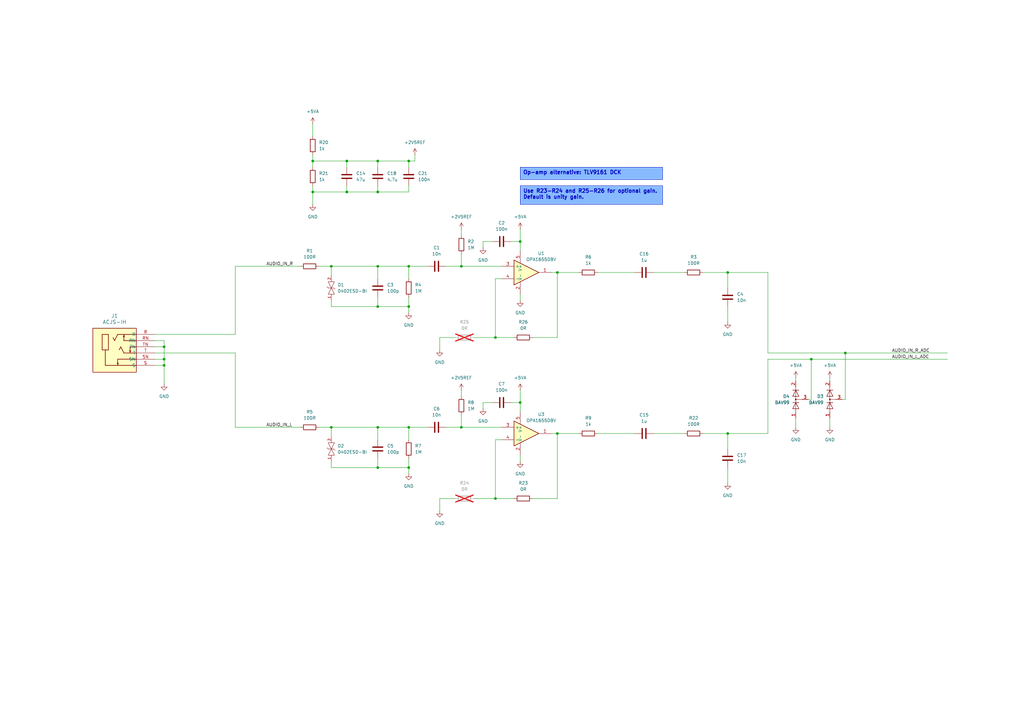
<source format=kicad_sch>
(kicad_sch (version 20231120) (generator "eeschema") (generator_version "8.0")
  (paper "A3")
  (lib_symbols
    (symbol "Device:C" (pin_numbers hide) (pin_names (offset 0.254))
      (property "Reference" "C" (at 0.635 2.54 0))
      (property "Value" "C" (at 0.635 -2.54 0))
      (symbol "C_0_1"
        (polyline (pts (xy -2.032 -0.762) (xy 2.032 -0.762)) (stroke (width 0.508)))
        (polyline (pts (xy -2.032 0.762) (xy 2.032 0.762)) (stroke (width 0.508)))
      )
      (symbol "C_1_1"
        (pin passive line (at 0 3.81 270) (length 2.794) (name "~") (number "1"))
        (pin passive line (at 0 -3.81 90) (length 2.794) (name "~") (number "2"))
      )
    )
    (symbol "Device:R" (pin_numbers hide) (pin_names (offset 0))
      (property "Reference" "R" (at 2.032 0 90))
      (property "Value" "R" (at 0 0 90))
      (symbol "R_0_1"
        (rectangle (start -1.016 -2.54) (end 1.016 2.54) (stroke (width 0.254)))
      )
      (symbol "R_1_1"
        (pin passive line (at 0 3.81 270) (length 1.27) (name "~") (number "1"))
        (pin passive line (at 0 -3.81 90) (length 1.27) (name "~") (number "2"))
      )
    )
    (symbol "Diode:BAV99" (pin_names hide)
      (property "Reference" "D" (at 0 5.08 0))
      (property "Value" "BAV99" (at 0 2.54 0))
      (symbol "BAV99_0_1"
        (polyline (pts (xy -5.08 0) (xy 5.08 0)))
      )
      (symbol "BAV99_1_1"
        (polyline (pts (xy 0 0) (xy 0 -2.54)))
        (polyline (pts (xy -1.27 -1.27) (xy -1.27 1.27) (xy -1.27 1.27)) (stroke (width 0.2032)))
        (polyline (pts (xy 3.81 1.27) (xy 3.81 -1.27) (xy 3.81 -1.27)) (stroke (width 0.2032)))
        (polyline (pts (xy -3.81 1.27) (xy -1.27 0) (xy -3.81 -1.27) (xy -3.81 1.27) (xy -3.81 1.27) (xy -3.81 1.27)) (stroke (width 0.2032)))
        (polyline (pts (xy 1.27 1.27) (xy 3.81 0) (xy 1.27 -1.27) (xy 1.27 1.27) (xy 1.27 1.27) (xy 1.27 1.27)) (stroke (width 0.2032)))
        (circle (center 0 0) (radius 0.254) (fill (type outline)))
        (pin passive line (at -7.62 0 0) (length 2.54) (name "K") (number "1"))
        (pin passive line (at 7.62 0 180) (length 2.54) (name "A") (number "2"))
        (pin passive line (at 0 -5.08 90) (length 2.54) (name "K") (number "3"))
      )
    )
    (symbol "Wirelles_Guitar_Jack:0402ESD-BI" (pin_names (offset 1.016))
      (property "Reference" "D" (at 0 3.8109 0))
      (property "Value" "0402ESD-BI" (at 0 -5.0885 0))
      (symbol "0402ESD-BI_0_0"
        (pin passive line (at -2.54 0 0) (length 2.54) (name "~") (number "1"))
        (pin passive line (at 7.62 0 180) (length 2.54) (name "~") (number "2"))
      )
      (symbol "0402ESD-BI_0_1"
        (polyline (pts (xy 2.54 1.27) (xy 3.048 1.778)))
        (polyline (pts (xy 2.54 1.27) (xy 2.54 -1.016) (xy 2.032 -1.524)))
        (polyline (pts (xy 0 -1.27) (xy 0 1.27) (xy 2.54 0) (xy 0 -1.27)))
        (polyline (pts (xy 2.54 0) (xy 5.08 -1.27) (xy 5.08 1.27) (xy 2.54 0)))
      )
    )
    (symbol "Wirelles_Guitar_Jack:ACJS-IH" (pin_names (offset 0.254))
      (property "Reference" "J" (at -10.16 7.62 0))
      (property "Value" "ACJS-IH" (at -10.16 5.08 0))
      (symbol "ACJS-IH_0_1"
        (polyline (pts (xy -15.24 -12.7) (xy -14.9225 -11.7475) (xy -15.5575 -11.7475)) (fill (type outline)))
        (polyline (pts (xy -12.7 0) (xy -12.3825 -0.9525) (xy -13.0175 -0.9525)) (fill (type outline)))
        (polyline (pts (xy -10.16 -7.62) (xy -9.8425 -6.6675) (xy -10.4775 -6.6675)) (fill (type outline)))
      )
      (symbol "ACJS-IH_1_0"
        (rectangle (start -25.4 2.54) (end -7.62 -15.494) (stroke (width 0.254)) (fill (type background)))
      )
      (symbol "ACJS-IH_1_1"
        (polyline (pts (xy -21.59 -6.35) (xy -21.59 0)) (stroke (width 0.254)))
        (polyline (pts (xy -21.59 0) (xy -19.05 0)) (stroke (width 0.254)))
        (polyline (pts (xy -20.32 -6.35) (xy -20.32 -12.7)) (stroke (width 0.254)))
        (polyline (pts (xy -19.05 -6.35) (xy -21.59 -6.35)) (stroke (width 0.254)))
        (polyline (pts (xy -19.05 0) (xy -19.05 -6.35)) (stroke (width 0.254)))
        (polyline (pts (xy -16.51 -2.54) (xy -17.145 -1.27)) (stroke (width 0.254)))
        (polyline (pts (xy -15.24 -11.7475) (xy -15.24 -10.16)) (stroke (width 0.254)))
        (polyline (pts (xy -15.24 0) (xy -16.51 -2.54)) (stroke (width 0.254)))
        (polyline (pts (xy -13.97 -5.08) (xy -14.605 -6.35)) (stroke (width 0.254)))
        (polyline (pts (xy -12.7 -7.62) (xy -13.97 -5.08)) (stroke (width 0.254)))
        (polyline (pts (xy -12.7 -0.9525) (xy -12.7 -2.54)) (stroke (width 0.254)))
        (polyline (pts (xy -10.16 -6.6675) (xy -10.16 -5.08)) (stroke (width 0.254)))
        (polyline (pts (xy -7.62 -12.7) (xy -20.32 -12.7)) (stroke (width 0.254)))
        (polyline (pts (xy -7.62 -10.16) (xy -15.24 -10.16)) (stroke (width 0.254)))
        (polyline (pts (xy -7.62 -7.62) (xy -12.7 -7.62)) (stroke (width 0.254)))
        (polyline (pts (xy -7.62 -5.08) (xy -10.16 -5.08)) (stroke (width 0.254)))
        (polyline (pts (xy -7.62 -2.54) (xy -12.7 -2.54)) (stroke (width 0.254)))
        (polyline (pts (xy -7.62 0) (xy -15.24 0)) (stroke (width 0.254)))
        (pin passive line (at 0 0 180) (length 7.62) (name "R") (number "R"))
        (pin passive line (at 0 -2.54 180) (length 7.62) (name "RN") (number "RN"))
        (pin passive line (at 0 -12.7 180) (length 7.62) (name "S") (number "S"))
        (pin passive line (at 0 -10.16 180) (length 7.62) (name "SN") (number "SN"))
        (pin passive line (at 0 -7.62 180) (length 7.62) (name "T") (number "T"))
        (pin passive line (at 0 -5.08 180) (length 7.62) (name "TN") (number "TN"))
      )
    )
    (symbol "Wirelles_Guitar_Jack:OPA1655DBV"
      (property "Reference" "U" (at 0 0 0))
      (property "Value" "OPA1655DBV" (at 0 0 0))
      (symbol "OPA1655DBV_0_1"
        (polyline (pts (xy 0 -2.54) (xy 0 -12.7) (xy 10.16 -7.62) (xy 0 -2.54)) (stroke (width 0.254)) (fill (type background)))
      )
      (symbol "OPA1655DBV_1_1"
        (pin output line (at 15.24 -7.62 180) (length 5.08) (name "") (number "1"))
        (pin power_in line (at 2.54 -16.51 90) (length 5.08) (name "V-") (number "2"))
        (pin input line (at -5.08 -5.08 0) (length 5.08) (name "+") (number "3"))
        (pin input line (at -5.08 -10.16 0) (length 5.08) (name "-") (number "4"))
        (pin power_in line (at 2.54 1.27 270) (length 5.08) (name "V+") (number "5"))
      )
    )
    (symbol "power:+5VA" (power) (pin_numbers hide) (pin_names (offset 0) hide)
      (property "Value" "+5VA" (at 0 3.556 0))
      (symbol "+5VA_0_1"
        (polyline (pts (xy -0.762 1.27) (xy 0 2.54)))
        (polyline (pts (xy 0 0) (xy 0 2.54)))
        (polyline (pts (xy 0 2.54) (xy 0.762 1.27)))
      )
      (symbol "+5VA_1_1"
        (pin power_in line (at 0 0 90) (length 0) (name "~") (number "1"))
      )
    )
    (symbol "power:GND" (power) (pin_numbers hide) (pin_names (offset 0) hide)
      (property "Value" "GND" (at 0 -3.81 0))
      (symbol "GND_0_1"
        (polyline (pts (xy 0 0) (xy 0 -1.27) (xy 1.27 -1.27) (xy 0 -2.54) (xy -1.27 -1.27) (xy 0 -1.27)))
      )
      (symbol "GND_1_1"
        (pin power_in line (at 0 0 270) (length 0) (name "~") (number "1"))
      )
    )
  )
  (junction (at 189.23 175.26))
  (junction (at 167.64 191.77))
  (junction (at 128.27 78.74))
  (junction (at 154.94 191.77))
  (junction (at 346.71 144.78))
  (junction (at 67.31 142.24))
  (junction (at 142.24 78.74))
  (junction (at 135.89 109.22))
  (junction (at 228.6 111.76))
  (junction (at 298.45 111.76))
  (junction (at 154.94 125.73))
  (junction (at 154.94 109.22))
  (junction (at 128.27 66.04))
  (junction (at 203.2 138.43))
  (junction (at 228.6 177.8))
  (junction (at 167.64 125.73))
  (junction (at 167.64 66.04))
  (junction (at 154.94 78.74))
  (junction (at 142.24 66.04))
  (junction (at 332.74 147.32))
  (junction (at 154.94 175.26))
  (junction (at 67.31 147.32))
  (junction (at 213.36 165.1))
  (junction (at 167.64 109.22))
  (junction (at 135.89 175.26))
  (junction (at 298.45 177.8))
  (junction (at 203.2 204.47))
  (junction (at 67.31 149.86))
  (junction (at 213.36 99.06))
  (junction (at 154.94 66.04))
  (junction (at 189.23 109.22))
  (junction (at 167.64 175.26))
  (wire (pts (xy 218.44 138.43) (xy 228.6 138.43)))
  (wire (pts (xy 154.94 125.73) (xy 167.64 125.73)))
  (wire (pts (xy 228.6 111.76) (xy 237.49 111.76)))
  (wire (pts (xy 180.34 138.43) (xy 186.69 138.43)))
  (wire (pts (xy 130.81 109.22) (xy 135.89 109.22)))
  (wire (pts (xy 180.34 204.47) (xy 186.69 204.47)))
  (wire (pts (xy 135.89 109.22) (xy 154.94 109.22)))
  (wire (pts (xy 340.36 154.94) (xy 340.36 156.21)))
  (wire (pts (xy 340.36 171.45) (xy 340.36 175.26)))
  (wire (pts (xy 135.89 125.73) (xy 154.94 125.73)))
  (wire (pts (xy 331.47 163.83) (xy 332.74 163.83)))
  (wire (pts (xy 326.39 171.45) (xy 326.39 175.26)))
  (wire (pts (xy 314.96 111.76) (xy 314.96 144.78)))
  (wire (pts (xy 135.89 191.77) (xy 154.94 191.77)))
  (wire (pts (xy 154.94 68.58) (xy 154.94 66.04)))
  (wire (pts (xy 128.27 66.04) (xy 128.27 68.58)))
  (wire (pts (xy 189.23 104.14) (xy 189.23 109.22)))
  (wire (pts (xy 167.64 191.77) (xy 167.64 194.31)))
  (wire (pts (xy 213.36 186.69) (xy 213.36 189.23)))
  (wire (pts (xy 245.11 177.8) (xy 260.35 177.8)))
  (wire (pts (xy 314.96 147.32) (xy 314.96 177.8)))
  (wire (pts (xy 213.36 120.65) (xy 213.36 123.19)))
  (wire (pts (xy 213.36 160.02) (xy 213.36 165.1)))
  (wire (pts (xy 314.96 147.32) (xy 332.74 147.32)))
  (wire (pts (xy 167.64 125.73) (xy 167.64 121.92)))
  (wire (pts (xy 298.45 191.77) (xy 298.45 198.12)))
  (wire (pts (xy 198.12 165.1) (xy 198.12 167.64)))
  (wire (pts (xy 298.45 125.73) (xy 298.45 132.08)))
  (wire (pts (xy 213.36 93.98) (xy 213.36 99.06)))
  (wire (pts (xy 346.71 144.78) (xy 388.62 144.78)))
  (wire (pts (xy 128.27 66.04) (xy 142.24 66.04)))
  (wire (pts (xy 182.88 109.22) (xy 189.23 109.22)))
  (wire (pts (xy 314.96 144.78) (xy 346.71 144.78)))
  (wire (pts (xy 142.24 78.74) (xy 142.24 76.2)))
  (wire (pts (xy 63.5 144.78) (xy 96.52 144.78)))
  (wire (pts (xy 63.5 142.24) (xy 67.31 142.24)))
  (wire (pts (xy 130.81 175.26) (xy 135.89 175.26)))
  (wire (pts (xy 167.64 68.58) (xy 167.64 66.04)))
  (wire (pts (xy 326.39 154.94) (xy 326.39 156.21)))
  (wire (pts (xy 128.27 78.74) (xy 142.24 78.74)))
  (wire (pts (xy 180.34 143.51) (xy 180.34 138.43)))
  (wire (pts (xy 267.97 177.8) (xy 280.67 177.8)))
  (wire (pts (xy 175.26 175.26) (xy 167.64 175.26)))
  (wire (pts (xy 96.52 175.26) (xy 123.19 175.26)))
  (wire (pts (xy 205.74 114.3) (xy 203.2 114.3)))
  (wire (pts (xy 67.31 147.32) (xy 67.31 149.86)))
  (wire (pts (xy 228.6 177.8) (xy 228.6 204.47)))
  (wire (pts (xy 167.64 191.77) (xy 167.64 187.96)))
  (wire (pts (xy 288.29 111.76) (xy 298.45 111.76)))
  (wire (pts (xy 189.23 93.98) (xy 189.23 96.52)))
  (wire (pts (xy 154.94 109.22) (xy 154.94 114.3)))
  (wire (pts (xy 135.89 109.22) (xy 135.89 113.03)))
  (wire (pts (xy 194.31 138.43) (xy 203.2 138.43)))
  (wire (pts (xy 135.89 189.23) (xy 135.89 191.77)))
  (wire (pts (xy 180.34 209.55) (xy 180.34 204.47)))
  (wire (pts (xy 128.27 78.74) (xy 128.27 83.82)))
  (wire (pts (xy 154.94 121.92) (xy 154.94 125.73)))
  (wire (pts (xy 314.96 177.8) (xy 298.45 177.8)))
  (wire (pts (xy 201.93 165.1) (xy 198.12 165.1)))
  (wire (pts (xy 332.74 147.32) (xy 332.74 163.83)))
  (wire (pts (xy 167.64 76.2) (xy 167.64 78.74)))
  (wire (pts (xy 267.97 111.76) (xy 280.67 111.76)))
  (wire (pts (xy 288.29 177.8) (xy 298.45 177.8)))
  (wire (pts (xy 213.36 165.1) (xy 213.36 168.91)))
  (wire (pts (xy 213.36 99.06) (xy 213.36 102.87)))
  (wire (pts (xy 63.5 147.32) (xy 67.31 147.32)))
  (wire (pts (xy 135.89 175.26) (xy 135.89 179.07)))
  (wire (pts (xy 345.44 163.83) (xy 346.71 163.83)))
  (wire (pts (xy 298.45 177.8) (xy 298.45 184.15)))
  (wire (pts (xy 167.64 125.73) (xy 167.64 128.27)))
  (wire (pts (xy 205.74 180.34) (xy 203.2 180.34)))
  (wire (pts (xy 189.23 160.02) (xy 189.23 162.56)))
  (wire (pts (xy 228.6 111.76) (xy 228.6 138.43)))
  (wire (pts (xy 67.31 139.7) (xy 67.31 142.24)))
  (wire (pts (xy 128.27 76.2) (xy 128.27 78.74)))
  (wire (pts (xy 128.27 63.5) (xy 128.27 66.04)))
  (wire (pts (xy 135.89 123.19) (xy 135.89 125.73)))
  (wire (pts (xy 203.2 180.34) (xy 203.2 204.47)))
  (wire (pts (xy 154.94 66.04) (xy 142.24 66.04)))
  (wire (pts (xy 63.5 149.86) (xy 67.31 149.86)))
  (wire (pts (xy 63.5 137.16) (xy 96.52 137.16)))
  (wire (pts (xy 154.94 109.22) (xy 167.64 109.22)))
  (wire (pts (xy 128.27 50.8) (xy 128.27 55.88)))
  (wire (pts (xy 67.31 149.86) (xy 67.31 157.48)))
  (wire (pts (xy 228.6 111.76) (xy 226.06 111.76)))
  (wire (pts (xy 170.18 66.04) (xy 167.64 66.04)))
  (wire (pts (xy 189.23 109.22) (xy 205.74 109.22)))
  (wire (pts (xy 154.94 175.26) (xy 167.64 175.26)))
  (wire (pts (xy 154.94 76.2) (xy 154.94 78.74)))
  (wire (pts (xy 194.31 204.47) (xy 203.2 204.47)))
  (wire (pts (xy 182.88 175.26) (xy 189.23 175.26)))
  (wire (pts (xy 245.11 111.76) (xy 260.35 111.76)))
  (wire (pts (xy 154.94 78.74) (xy 167.64 78.74)))
  (wire (pts (xy 142.24 66.04) (xy 142.24 68.58)))
  (wire (pts (xy 167.64 175.26) (xy 167.64 180.34)))
  (wire (pts (xy 198.12 99.06) (xy 198.12 101.6)))
  (wire (pts (xy 96.52 109.22) (xy 123.19 109.22)))
  (wire (pts (xy 167.64 66.04) (xy 154.94 66.04)))
  (wire (pts (xy 218.44 204.47) (xy 228.6 204.47)))
  (wire (pts (xy 203.2 138.43) (xy 210.82 138.43)))
  (wire (pts (xy 170.18 63.5) (xy 170.18 66.04)))
  (wire (pts (xy 210.82 204.47) (xy 203.2 204.47)))
  (wire (pts (xy 154.94 78.74) (xy 142.24 78.74)))
  (wire (pts (xy 154.94 175.26) (xy 154.94 180.34)))
  (wire (pts (xy 189.23 175.26) (xy 205.74 175.26)))
  (wire (pts (xy 298.45 111.76) (xy 314.96 111.76)))
  (wire (pts (xy 96.52 109.22) (xy 96.52 137.16)))
  (wire (pts (xy 67.31 142.24) (xy 67.31 147.32)))
  (wire (pts (xy 228.6 177.8) (xy 226.06 177.8)))
  (wire (pts (xy 167.64 109.22) (xy 167.64 114.3)))
  (wire (pts (xy 346.71 144.78) (xy 346.71 163.83)))
  (wire (pts (xy 63.5 139.7) (xy 67.31 139.7)))
  (wire (pts (xy 154.94 187.96) (xy 154.94 191.77)))
  (wire (pts (xy 154.94 191.77) (xy 167.64 191.77)))
  (wire (pts (xy 96.52 175.26) (xy 96.52 144.78)))
  (wire (pts (xy 228.6 177.8) (xy 237.49 177.8)))
  (wire (pts (xy 175.26 109.22) (xy 167.64 109.22)))
  (wire (pts (xy 209.55 99.06) (xy 213.36 99.06)))
  (wire (pts (xy 298.45 111.76) (xy 298.45 118.11)))
  (wire (pts (xy 135.89 175.26) (xy 154.94 175.26)))
  (wire (pts (xy 189.23 170.18) (xy 189.23 175.26)))
  (wire (pts (xy 201.93 99.06) (xy 198.12 99.06)))
  (wire (pts (xy 203.2 114.3) (xy 203.2 138.43)))
  (wire (pts (xy 209.55 165.1) (xy 213.36 165.1)))
  (wire (pts (xy 332.74 147.32) (xy 388.62 147.32)))
  (text_box "Op-amp alternative: TLV9161 DCK\n" (at 213.36 68.58 0) (size 58.42 5.08) (fill (type color) (color 135 186 255 1)) (effects (font (size 1.524 1.524) (thickness 0.3048) (bold yes)) (justify left top)))
  (text_box "Use R23-R24 and R25-R26 for optional gain. Default is unity gain." (at 213.36 76.2 0) (size 58.42 7.62) (fill (type color) (color 135 186 255 1)) (effects (font (size 1.524 1.524) (thickness 0.3048) (bold yes)) (justify left top)))
  (label "AUDIO_IN_L_ADC" (at 365.76 147.32 0))
  (label "AUDIO_IN_R" (at 109.22 109.22 0))
  (label "AUDIO_IN_L" (at 109.22 175.26 0))
  (label "AUDIO_IN_R_ADC" (at 365.76 144.78 0))
  (symbol (lib_id "power:+5VA") (at 340.36 154.94 0) (unit 1)
    (property "Reference" "#PWR031" (effects (hide yes)))
    (property "Value" "+5VA" (at 340.36 149.86 0))
    (property "Description" "Power symbol creates a global label with name \"+5VA\"" (effects (hide yes)))
  )
  (symbol (lib_id "power:GND") (at 198.12 167.64 0) (unit 1)
    (property "Reference" "#PWR09" (effects (hide yes)))
    (property "Value" "GND" (at 198.12 172.72 0))
    (property "Description" "Power symbol creates a global label with name \"GND\" , ground" (effects (hide yes)))
  )
  (symbol (lib_id "Device:C") (at 264.16 177.8 90) (unit 1)
    (property "Reference" "C15" (at 264.16 170.18 90))
    (property "Value" "1u" (at 264.16 172.72 90))
    (property "Description" "Unpolarized capacitor" (effects (hide yes)))
  )
  (symbol (lib_id "Device:C") (at 154.94 184.15 180) (unit 1)
    (property "Reference" "C5" (at 158.75 182.8799 0) (effects (justify right)))
    (property "Value" "100p" (at 158.75 185.4199 0) (effects (justify right)))
    (property "Description" "Unpolarized capacitor" (effects (hide yes)))
  )
  (symbol (lib_id "Device:C") (at 154.94 118.11 180) (unit 1)
    (property "Reference" "C3" (at 158.75 116.8399 0) (effects (justify right)))
    (property "Value" "100p" (at 158.75 119.3799 0) (effects (justify right)))
    (property "Description" "Unpolarized capacitor" (effects (hide yes)))
  )
  (symbol (lib_id "power:GND") (at 180.34 143.51 0) (unit 1)
    (property "Reference" "#PWR026" (effects (hide yes)))
    (property "Value" "GND" (at 180.34 148.59 0))
    (property "Description" "Power symbol creates a global label with name \"GND\" , ground" (effects (hide yes)))
  )
  (symbol (lib_id "power:GND") (at 340.36 175.26 0) (unit 1)
    (property "Reference" "#PWR028" (effects (hide yes)))
    (property "Value" "GND" (at 340.36 180.34 0))
    (property "Description" "Power symbol creates a global label with name \"GND\" , ground" (effects (hide yes)))
  )
  (symbol (lib_id "power:+5VA") (at 326.39 154.94 0) (unit 1)
    (property "Reference" "#PWR030" (effects (hide yes)))
    (property "Value" "+5VA" (at 326.39 149.86 0))
    (property "Description" "Power symbol creates a global label with name \"+5VA\"" (effects (hide yes)))
  )
  (symbol (lib_id "power:GND") (at 213.36 189.23 0) (unit 1)
    (property "Reference" "#PWR011" (effects (hide yes)))
    (property "Value" "GND" (at 213.36 194.31 0))
    (property "Description" "Power symbol creates a global label with name \"GND\" , ground" (effects (hide yes)))
  )
  (symbol (lib_id "Wirelles_Guitar_Jack:ACJS-IH") (at 63.5 137.16 0) (unit 1)
    (property "Reference" "J1" (at 46.99 129.54 0) (effects (font (size 1.524 1.524))))
    (property "Value" "ACJS-IH" (at 46.99 132.08 0) (effects (font (size 1.524 1.524))))
    (property "Footprint" "ACJS-IH_AMP" (effects (hide yes)))
    (property "Datasheet" "ACJS-IH" (effects (hide yes)))
  )
  (symbol (lib_id "Device:C") (at 205.74 99.06 270) (unit 1)
    (property "Reference" "C2" (at 205.74 91.44 90))
    (property "Value" "100n" (at 205.74 93.98 90))
    (property "Description" "Unpolarized capacitor" (effects (hide yes)))
  )
  (symbol (lib_id "Device:R") (at 214.63 204.47 90) (unit 1)
    (property "Reference" "R23" (at 214.63 198.12 90))
    (property "Value" "0R" (at 214.63 200.66 90))
    (property "Description" "Resistor" (effects (hide yes)))
  )
  (symbol (lib_id "power:GND") (at 180.34 209.55 0) (unit 1)
    (property "Reference" "#PWR025" (effects (hide yes)))
    (property "Value" "GND" (at 180.34 214.63 0))
    (property "Description" "Power symbol creates a global label with name \"GND\" , ground" (effects (hide yes)))
  )
  (symbol (lib_id "power:+5VA") (at 170.18 63.5 0) (unit 1)
    (property "Reference" "#PWR021" (effects (hide yes)))
    (property "Value" "+2V5REF" (at 170.18 58.42 0))
    (property "Description" "Power symbol creates a global label with name \"+5VA\"" (effects (hide yes)))
  )
  (symbol (lib_id "Device:R") (at 189.23 100.33 0) (unit 1)
    (property "Reference" "R2" (at 191.77 99.0599 0) (effects (justify left)))
    (property "Value" "1M" (at 191.77 101.5999 0) (effects (justify left)))
    (property "Description" "Resistor" (effects (hide yes)))
  )
  (symbol (lib_id "Wirelles_Guitar_Jack:OPA1655DBV") (at 210.82 104.14 0) (unit 1)
    (property "Reference" "U1" (at 221.996 103.886 0))
    (property "Value" "OPA1655DBV" (at 221.996 106.426 0))
    (property "Footprint" "Package_TO_SOT_SMD:SOT-23-5" (effects (hide yes)))
  )
  (symbol (lib_id "Device:R") (at 127 175.26 90) (unit 1)
    (property "Reference" "R5" (at 127 168.91 90))
    (property "Value" "100R" (at 127 171.45 90))
    (property "Description" "Resistor" (effects (hide yes)))
  )
  (symbol (lib_id "power:GND") (at 298.45 198.12 0) (unit 1)
    (property "Reference" "#PWR024" (effects (hide yes)))
    (property "Value" "GND" (at 298.45 203.2 0))
    (property "Description" "Power symbol creates a global label with name \"GND\" , ground" (effects (hide yes)))
  )
  (symbol (lib_id "Device:C") (at 142.24 72.39 180) (unit 1)
    (property "Reference" "C14" (at 146.05 71.1199 0) (effects (justify right)))
    (property "Value" "47u" (at 146.05 73.6599 0) (effects (justify right)))
    (property "Description" "Unpolarized capacitor" (effects (hide yes)))
  )
  (symbol (lib_id "Device:C") (at 179.07 175.26 90) (unit 1)
    (property "Reference" "C6" (at 179.07 167.64 90))
    (property "Value" "10n" (at 179.07 170.18 90))
    (property "Description" "Unpolarized capacitor" (effects (hide yes)))
  )
  (symbol (lib_id "Device:R") (at 167.64 118.11 0) (unit 1)
    (property "Reference" "R4" (at 170.18 116.8399 0) (effects (justify left)))
    (property "Value" "1M" (at 170.18 119.3799 0) (effects (justify left)))
    (property "Description" "Resistor" (effects (hide yes)))
  )
  (symbol (lib_id "Device:C") (at 298.45 187.96 180) (unit 1)
    (property "Reference" "C17" (at 302.26 186.6899 0) (effects (justify right)))
    (property "Value" "10n" (at 302.26 189.2299 0) (effects (justify right)))
    (property "Description" "Unpolarized capacitor" (effects (hide yes)))
  )
  (symbol (lib_id "Wirelles_Guitar_Jack:0402ESD-BI") (at 135.89 186.69 90) (unit 1)
    (property "Reference" "D2" (at 138.43 182.8799 90) (effects (justify right)))
    (property "Value" "0402ESD-BI" (at 138.43 185.4199 90) (effects (justify right)))
    (property "Footprint" "Wirelles_Guitar_Jack:RESC1005X35N" (effects (hide yes)))
    (property "MF" "Littelfuse Inc." (effects (hide yes)))
    (property "Description_1" "\n                        \n                            40V Clamp - Ipp Tvs Diode Surface Mount 0402\n                        \n" (effects (hide yes)))
    (property "Package" "0402 Littelfuse Inc." (effects (hide yes)))
    (property "Price" "None" (effects (hide yes)))
    (property "SnapEDA_Link" "https://www.snapeda.com/parts/PESD0402-140/Littelfuse/view-part/?ref=snap" (effects (hide yes)))
    (property "MP" "PESD0402-140" (effects (hide yes)))
    (property "Availability" "In Stock" (effects (hide yes)))
    (property "Check_prices" "https://www.snapeda.com/parts/PESD0402-140/Littelfuse/view-part/?ref=eda" (effects (hide yes)))
  )
  (symbol (lib_id "Device:R") (at 214.63 138.43 90) (unit 1)
    (property "Reference" "R26" (at 214.63 132.08 90))
    (property "Value" "0R" (at 214.63 134.62 90))
    (property "Description" "Resistor" (effects (hide yes)))
  )
  (symbol (lib_id "Wirelles_Guitar_Jack:0402ESD-BI") (at 135.89 120.65 90) (unit 1)
    (property "Reference" "D1" (at 138.43 116.8399 90) (effects (justify right)))
    (property "Value" "0402ESD-BI" (at 138.43 119.3799 90) (effects (justify right)))
    (property "Footprint" "Wirelles_Guitar_Jack:RESC1005X35N" (effects (hide yes)))
    (property "MF" "Littelfuse Inc." (effects (hide yes)))
    (property "Description_1" "\n                        \n                            40V Clamp - Ipp Tvs Diode Surface Mount 0402\n                        \n" (effects (hide yes)))
    (property "Package" "0402 Littelfuse Inc." (effects (hide yes)))
    (property "Price" "None" (effects (hide yes)))
    (property "SnapEDA_Link" "https://www.snapeda.com/parts/PESD0402-140/Littelfuse/view-part/?ref=snap" (effects (hide yes)))
    (property "MP" "PESD0402-140" (effects (hide yes)))
    (property "Availability" "In Stock" (effects (hide yes)))
    (property "Check_prices" "https://www.snapeda.com/parts/PESD0402-140/Littelfuse/view-part/?ref=eda" (effects (hide yes)))
  )
  (symbol (lib_id "power:GND") (at 213.36 123.19 0) (unit 1)
    (property "Reference" "#PWR02" (effects (hide yes)))
    (property "Value" "GND" (at 213.36 128.27 0))
    (property "Description" "Power symbol creates a global label with name \"GND\" , ground" (effects (hide yes)))
  )
  (symbol (lib_id "Diode:BAV99") (at 326.39 163.83 90) (unit 1)
    (property "Reference" "D4" (at 323.85 162.5599 90) (effects (justify left)))
    (property "Value" "BAV99" (at 323.85 165.0999 90) (effects (justify left)))
    (property "Footprint" "Package_TO_SOT_SMD:SOT-23" (effects (hide yes)))
    (property "Datasheet" "https://assets.nexperia.com/documents/data-sheet/BAV99_SER.pdf" (effects (hide yes)))
    (property "Description" "BAV99 High-speed switching diodes, SOT-23" (effects (hide yes)))
  )
  (symbol (lib_id "Wirelles_Guitar_Jack:OPA1655DBV") (at 210.82 170.18 0) (unit 1)
    (property "Reference" "U3" (at 221.996 169.926 0))
    (property "Value" "OPA1655DBV" (at 221.996 172.466 0))
    (property "Footprint" "Package_TO_SOT_SMD:SOT-23-5" (effects (hide yes)))
  )
  (symbol (lib_id "Device:R") (at 127 109.22 90) (unit 1)
    (property "Reference" "R1" (at 127 102.87 90))
    (property "Value" "100R" (at 127 105.41 90))
    (property "Description" "Resistor" (effects (hide yes)))
  )
  (symbol (lib_id "Device:R") (at 190.5 138.43 90) (unit 1) (dnp yes)
    (property "Reference" "R25" (at 190.5 132.08 90))
    (property "Value" "0R" (at 190.5 134.62 90))
    (property "Description" "Resistor" (effects (hide yes)))
  )
  (symbol (lib_id "Diode:BAV99") (at 340.36 163.83 90) (unit 1)
    (property "Reference" "D3" (at 337.82 162.5599 90) (effects (justify left)))
    (property "Value" "BAV99" (at 337.82 165.0999 90) (effects (justify left)))
    (property "Footprint" "Package_TO_SOT_SMD:SOT-23" (effects (hide yes)))
    (property "Datasheet" "https://assets.nexperia.com/documents/data-sheet/BAV99_SER.pdf" (effects (hide yes)))
    (property "Description" "BAV99 High-speed switching diodes, SOT-23" (effects (hide yes)))
  )
  (symbol (lib_id "Device:C") (at 167.64 72.39 0) (unit 1)
    (property "Reference" "C21" (at 171.45 71.1199 0) (effects (justify left)))
    (property "Value" "100n" (at 171.45 73.6599 0) (effects (justify left)))
    (property "Description" "Unpolarized capacitor" (effects (hide yes)))
  )
  (symbol (lib_id "Device:R") (at 241.3 111.76 90) (unit 1)
    (property "Reference" "R6" (at 241.3 105.41 90))
    (property "Value" "1k" (at 241.3 107.95 90))
    (property "Description" "Resistor" (effects (hide yes)))
  )
  (symbol (lib_id "Device:C") (at 179.07 109.22 90) (unit 1)
    (property "Reference" "C1" (at 179.07 101.6 90))
    (property "Value" "10n" (at 179.07 104.14 90))
    (property "Description" "Unpolarized capacitor" (effects (hide yes)))
  )
  (symbol (lib_id "power:+5VA") (at 213.36 93.98 0) (unit 1)
    (property "Reference" "#PWR01" (effects (hide yes)))
    (property "Value" "+5VA" (at 213.36 88.9 0))
    (property "Description" "Power symbol creates a global label with name \"+5VA\"" (effects (hide yes)))
  )
  (symbol (lib_id "power:GND") (at 167.64 194.31 0) (unit 1)
    (property "Reference" "#PWR07" (effects (hide yes)))
    (property "Value" "GND" (at 167.64 199.39 0))
    (property "Description" "Power symbol creates a global label with name \"GND\" , ground" (effects (hide yes)))
  )
  (symbol (lib_id "power:GND") (at 67.31 157.48 0) (unit 1)
    (property "Reference" "#PWR027" (effects (hide yes)))
    (property "Value" "GND" (at 67.31 162.56 0))
    (property "Description" "Power symbol creates a global label with name \"GND\" , ground" (effects (hide yes)))
  )
  (symbol (lib_id "Device:C") (at 298.45 121.92 180) (unit 1)
    (property "Reference" "C4" (at 302.26 120.6499 0) (effects (justify right)))
    (property "Value" "10n" (at 302.26 123.1899 0) (effects (justify right)))
    (property "Description" "Unpolarized capacitor" (effects (hide yes)))
  )
  (symbol (lib_id "Device:R") (at 128.27 72.39 180) (unit 1)
    (property "Reference" "R21" (at 130.81 71.1199 0) (effects (justify right)))
    (property "Value" "1k" (at 130.81 73.6599 0) (effects (justify right)))
    (property "Description" "Resistor" (effects (hide yes)))
  )
  (symbol (lib_id "power:GND") (at 198.12 101.6 0) (unit 1)
    (property "Reference" "#PWR03" (effects (hide yes)))
    (property "Value" "GND" (at 198.12 106.68 0))
    (property "Description" "Power symbol creates a global label with name \"GND\" , ground" (effects (hide yes)))
  )
  (symbol (lib_id "Device:C") (at 264.16 111.76 90) (unit 1)
    (property "Reference" "C16" (at 264.16 104.14 90))
    (property "Value" "1u" (at 264.16 106.68 90))
    (property "Description" "Unpolarized capacitor" (effects (hide yes)))
  )
  (symbol (lib_id "power:+5VA") (at 189.23 160.02 0) (unit 1)
    (property "Reference" "#PWR08" (effects (hide yes)))
    (property "Value" "+2V5REF" (at 189.23 154.94 0))
    (property "Description" "Power symbol creates a global label with name \"+5VA\"" (effects (hide yes)))
  )
  (symbol (lib_id "Device:R") (at 128.27 59.69 180) (unit 1)
    (property "Reference" "R20" (at 130.81 58.4199 0) (effects (justify right)))
    (property "Value" "1k" (at 130.81 60.9599 0) (effects (justify right)))
    (property "Description" "Resistor" (effects (hide yes)))
  )
  (symbol (lib_id "Device:C") (at 205.74 165.1 270) (unit 1)
    (property "Reference" "C7" (at 205.74 157.48 90))
    (property "Value" "100n" (at 205.74 160.02 90))
    (property "Description" "Unpolarized capacitor" (effects (hide yes)))
  )
  (symbol (lib_id "Device:C") (at 154.94 72.39 180) (unit 1)
    (property "Reference" "C18" (at 158.75 71.1199 0) (effects (justify right)))
    (property "Value" "4.7u" (at 158.75 73.6599 0) (effects (justify right)))
    (property "Description" "Unpolarized capacitor" (effects (hide yes)))
  )
  (symbol (lib_id "Device:R") (at 241.3 177.8 90) (unit 1)
    (property "Reference" "R9" (at 241.3 171.45 90))
    (property "Value" "1k" (at 241.3 173.99 90))
    (property "Description" "Resistor" (effects (hide yes)))
  )
  (symbol (lib_id "Device:R") (at 190.5 204.47 90) (unit 1) (dnp yes)
    (property "Reference" "R24" (at 190.5 198.12 90))
    (property "Value" "0R" (at 190.5 200.66 90))
    (property "Description" "Resistor" (effects (hide yes)))
  )
  (symbol (lib_id "Device:R") (at 189.23 166.37 0) (unit 1)
    (property "Reference" "R8" (at 191.77 165.0999 0) (effects (justify left)))
    (property "Value" "1M" (at 191.77 167.6399 0) (effects (justify left)))
    (property "Description" "Resistor" (effects (hide yes)))
  )
  (symbol (lib_id "power:+5VA") (at 213.36 160.02 0) (unit 1)
    (property "Reference" "#PWR010" (effects (hide yes)))
    (property "Value" "+5VA" (at 213.36 154.94 0))
    (property "Description" "Power symbol creates a global label with name \"+5VA\"" (effects (hide yes)))
  )
  (symbol (lib_id "power:GND") (at 298.45 132.08 0) (unit 1)
    (property "Reference" "#PWR06" (effects (hide yes)))
    (property "Value" "GND" (at 298.45 137.16 0))
    (property "Description" "Power symbol creates a global label with name \"GND\" , ground" (effects (hide yes)))
  )
  (symbol (lib_id "Device:R") (at 284.48 177.8 90) (unit 1)
    (property "Reference" "R22" (at 284.48 171.45 90))
    (property "Value" "100R" (at 284.48 173.99 90))
    (property "Description" "Resistor" (effects (hide yes)))
  )
  (symbol (lib_id "Device:R") (at 284.48 111.76 90) (unit 1)
    (property "Reference" "R3" (at 284.48 105.41 90))
    (property "Value" "100R" (at 284.48 107.95 90))
    (property "Description" "Resistor" (effects (hide yes)))
  )
  (symbol (lib_id "power:GND") (at 128.27 83.82 0) (unit 1)
    (property "Reference" "#PWR023" (effects (hide yes)))
    (property "Value" "GND" (at 128.27 88.9 0))
    (property "Description" "Power symbol creates a global label with name \"GND\" , ground" (effects (hide yes)))
  )
  (symbol (lib_id "Device:R") (at 167.64 184.15 0) (unit 1)
    (property "Reference" "R7" (at 170.18 182.8799 0) (effects (justify left)))
    (property "Value" "1M" (at 170.18 185.4199 0) (effects (justify left)))
    (property "Description" "Resistor" (effects (hide yes)))
  )
  (symbol (lib_id "power:+5VA") (at 189.23 93.98 0) (unit 1)
    (property "Reference" "#PWR04" (effects (hide yes)))
    (property "Value" "+2V5REF" (at 189.23 88.9 0))
    (property "Description" "Power symbol creates a global label with name \"+5VA\"" (effects (hide yes)))
  )
  (symbol (lib_id "power:GND") (at 167.64 128.27 0) (unit 1)
    (property "Reference" "#PWR05" (effects (hide yes)))
    (property "Value" "GND" (at 167.64 133.35 0))
    (property "Description" "Power symbol creates a global label with name \"GND\" , ground" (effects (hide yes)))
  )
  (symbol (lib_id "power:+5VA") (at 128.27 50.8 0) (unit 1)
    (property "Reference" "#PWR022" (effects (hide yes)))
    (property "Value" "+5VA" (at 128.27 45.72 0))
    (property "Description" "Power symbol creates a global label with name \"+5VA\"" (effects (hide yes)))
  )
  (symbol (lib_id "power:GND") (at 326.39 175.26 0) (unit 1)
    (property "Reference" "#PWR029" (effects (hide yes)))
    (property "Value" "GND" (at 326.39 180.34 0))
    (property "Description" "Power symbol creates a global label with name \"GND\" , ground" (effects (hide yes)))
  )
)
</source>
